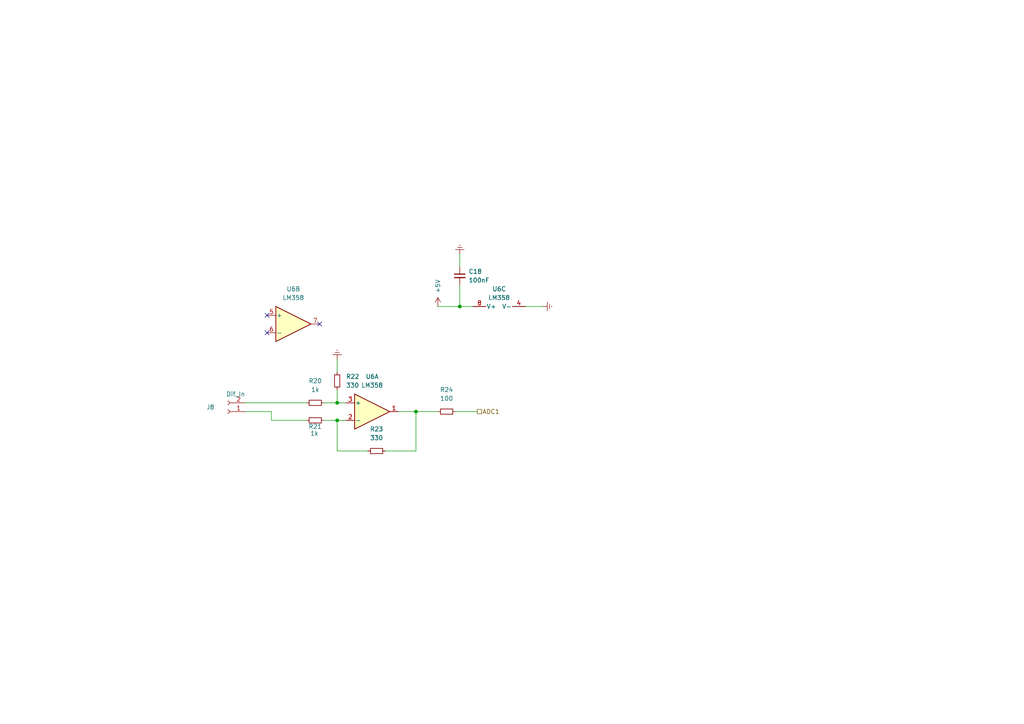
<source format=kicad_sch>
(kicad_sch (version 20211123) (generator eeschema)

  (uuid 3ff8af6d-b5cf-4fd8-8de7-ad2c2c8eb199)

  (paper "A4")

  (lib_symbols
    (symbol "Amplifier_Operational:LM358" (pin_names (offset 0.127)) (in_bom yes) (on_board yes)
      (property "Reference" "U" (id 0) (at 0 5.08 0)
        (effects (font (size 1.27 1.27)) (justify left))
      )
      (property "Value" "LM358" (id 1) (at 0 -5.08 0)
        (effects (font (size 1.27 1.27)) (justify left))
      )
      (property "Footprint" "" (id 2) (at 0 0 0)
        (effects (font (size 1.27 1.27)) hide)
      )
      (property "Datasheet" "http://www.ti.com/lit/ds/symlink/lm2904-n.pdf" (id 3) (at 0 0 0)
        (effects (font (size 1.27 1.27)) hide)
      )
      (property "ki_locked" "" (id 4) (at 0 0 0)
        (effects (font (size 1.27 1.27)))
      )
      (property "ki_keywords" "dual opamp" (id 5) (at 0 0 0)
        (effects (font (size 1.27 1.27)) hide)
      )
      (property "ki_description" "Low-Power, Dual Operational Amplifiers, DIP-8/SOIC-8/TO-99-8" (id 6) (at 0 0 0)
        (effects (font (size 1.27 1.27)) hide)
      )
      (property "ki_fp_filters" "SOIC*3.9x4.9mm*P1.27mm* DIP*W7.62mm* TO*99* OnSemi*Micro8* TSSOP*3x3mm*P0.65mm* TSSOP*4.4x3mm*P0.65mm* MSOP*3x3mm*P0.65mm* SSOP*3.9x4.9mm*P0.635mm* LFCSP*2x2mm*P0.5mm* *SIP* SOIC*5.3x6.2mm*P1.27mm*" (id 7) (at 0 0 0)
        (effects (font (size 1.27 1.27)) hide)
      )
      (symbol "LM358_1_1"
        (polyline
          (pts
            (xy -5.08 5.08)
            (xy 5.08 0)
            (xy -5.08 -5.08)
            (xy -5.08 5.08)
          )
          (stroke (width 0.254) (type default) (color 0 0 0 0))
          (fill (type background))
        )
        (pin output line (at 7.62 0 180) (length 2.54)
          (name "~" (effects (font (size 1.27 1.27))))
          (number "1" (effects (font (size 1.27 1.27))))
        )
        (pin input line (at -7.62 -2.54 0) (length 2.54)
          (name "-" (effects (font (size 1.27 1.27))))
          (number "2" (effects (font (size 1.27 1.27))))
        )
        (pin input line (at -7.62 2.54 0) (length 2.54)
          (name "+" (effects (font (size 1.27 1.27))))
          (number "3" (effects (font (size 1.27 1.27))))
        )
      )
      (symbol "LM358_2_1"
        (polyline
          (pts
            (xy -5.08 5.08)
            (xy 5.08 0)
            (xy -5.08 -5.08)
            (xy -5.08 5.08)
          )
          (stroke (width 0.254) (type default) (color 0 0 0 0))
          (fill (type background))
        )
        (pin input line (at -7.62 2.54 0) (length 2.54)
          (name "+" (effects (font (size 1.27 1.27))))
          (number "5" (effects (font (size 1.27 1.27))))
        )
        (pin input line (at -7.62 -2.54 0) (length 2.54)
          (name "-" (effects (font (size 1.27 1.27))))
          (number "6" (effects (font (size 1.27 1.27))))
        )
        (pin output line (at 7.62 0 180) (length 2.54)
          (name "~" (effects (font (size 1.27 1.27))))
          (number "7" (effects (font (size 1.27 1.27))))
        )
      )
      (symbol "LM358_3_1"
        (pin power_in line (at -2.54 -7.62 90) (length 3.81)
          (name "V-" (effects (font (size 1.27 1.27))))
          (number "4" (effects (font (size 1.27 1.27))))
        )
        (pin power_in line (at -2.54 7.62 270) (length 3.81)
          (name "V+" (effects (font (size 1.27 1.27))))
          (number "8" (effects (font (size 1.27 1.27))))
        )
      )
    )
    (symbol "Connector:Conn_01x02_Female" (pin_names (offset 1.016) hide) (in_bom yes) (on_board yes)
      (property "Reference" "J" (id 0) (at 0 2.54 0)
        (effects (font (size 1.27 1.27)))
      )
      (property "Value" "Conn_01x02_Female" (id 1) (at 0 -5.08 0)
        (effects (font (size 1.27 1.27)))
      )
      (property "Footprint" "" (id 2) (at 0 0 0)
        (effects (font (size 1.27 1.27)) hide)
      )
      (property "Datasheet" "~" (id 3) (at 0 0 0)
        (effects (font (size 1.27 1.27)) hide)
      )
      (property "ki_keywords" "connector" (id 4) (at 0 0 0)
        (effects (font (size 1.27 1.27)) hide)
      )
      (property "ki_description" "Generic connector, single row, 01x02, script generated (kicad-library-utils/schlib/autogen/connector/)" (id 5) (at 0 0 0)
        (effects (font (size 1.27 1.27)) hide)
      )
      (property "ki_fp_filters" "Connector*:*_1x??_*" (id 6) (at 0 0 0)
        (effects (font (size 1.27 1.27)) hide)
      )
      (symbol "Conn_01x02_Female_1_1"
        (arc (start 0 -2.032) (mid -0.508 -2.54) (end 0 -3.048)
          (stroke (width 0.1524) (type default) (color 0 0 0 0))
          (fill (type none))
        )
        (polyline
          (pts
            (xy -1.27 -2.54)
            (xy -0.508 -2.54)
          )
          (stroke (width 0.1524) (type default) (color 0 0 0 0))
          (fill (type none))
        )
        (polyline
          (pts
            (xy -1.27 0)
            (xy -0.508 0)
          )
          (stroke (width 0.1524) (type default) (color 0 0 0 0))
          (fill (type none))
        )
        (arc (start 0 0.508) (mid -0.508 0) (end 0 -0.508)
          (stroke (width 0.1524) (type default) (color 0 0 0 0))
          (fill (type none))
        )
        (pin passive line (at -5.08 0 0) (length 3.81)
          (name "Pin_1" (effects (font (size 1.27 1.27))))
          (number "1" (effects (font (size 1.27 1.27))))
        )
        (pin passive line (at -5.08 -2.54 0) (length 3.81)
          (name "Pin_2" (effects (font (size 1.27 1.27))))
          (number "2" (effects (font (size 1.27 1.27))))
        )
      )
    )
    (symbol "Device:C_Small" (pin_numbers hide) (pin_names (offset 0.254) hide) (in_bom yes) (on_board yes)
      (property "Reference" "C" (id 0) (at 0.254 1.778 0)
        (effects (font (size 1.27 1.27)) (justify left))
      )
      (property "Value" "C_Small" (id 1) (at 0.254 -2.032 0)
        (effects (font (size 1.27 1.27)) (justify left))
      )
      (property "Footprint" "" (id 2) (at 0 0 0)
        (effects (font (size 1.27 1.27)) hide)
      )
      (property "Datasheet" "~" (id 3) (at 0 0 0)
        (effects (font (size 1.27 1.27)) hide)
      )
      (property "ki_keywords" "capacitor cap" (id 4) (at 0 0 0)
        (effects (font (size 1.27 1.27)) hide)
      )
      (property "ki_description" "Unpolarized capacitor, small symbol" (id 5) (at 0 0 0)
        (effects (font (size 1.27 1.27)) hide)
      )
      (property "ki_fp_filters" "C_*" (id 6) (at 0 0 0)
        (effects (font (size 1.27 1.27)) hide)
      )
      (symbol "C_Small_0_1"
        (polyline
          (pts
            (xy -1.524 -0.508)
            (xy 1.524 -0.508)
          )
          (stroke (width 0.3302) (type default) (color 0 0 0 0))
          (fill (type none))
        )
        (polyline
          (pts
            (xy -1.524 0.508)
            (xy 1.524 0.508)
          )
          (stroke (width 0.3048) (type default) (color 0 0 0 0))
          (fill (type none))
        )
      )
      (symbol "C_Small_1_1"
        (pin passive line (at 0 2.54 270) (length 2.032)
          (name "~" (effects (font (size 1.27 1.27))))
          (number "1" (effects (font (size 1.27 1.27))))
        )
        (pin passive line (at 0 -2.54 90) (length 2.032)
          (name "~" (effects (font (size 1.27 1.27))))
          (number "2" (effects (font (size 1.27 1.27))))
        )
      )
    )
    (symbol "Device:R_Small" (pin_numbers hide) (pin_names (offset 0.254) hide) (in_bom yes) (on_board yes)
      (property "Reference" "R" (id 0) (at 0.762 0.508 0)
        (effects (font (size 1.27 1.27)) (justify left))
      )
      (property "Value" "R_Small" (id 1) (at 0.762 -1.016 0)
        (effects (font (size 1.27 1.27)) (justify left))
      )
      (property "Footprint" "" (id 2) (at 0 0 0)
        (effects (font (size 1.27 1.27)) hide)
      )
      (property "Datasheet" "~" (id 3) (at 0 0 0)
        (effects (font (size 1.27 1.27)) hide)
      )
      (property "ki_keywords" "R resistor" (id 4) (at 0 0 0)
        (effects (font (size 1.27 1.27)) hide)
      )
      (property "ki_description" "Resistor, small symbol" (id 5) (at 0 0 0)
        (effects (font (size 1.27 1.27)) hide)
      )
      (property "ki_fp_filters" "R_*" (id 6) (at 0 0 0)
        (effects (font (size 1.27 1.27)) hide)
      )
      (symbol "R_Small_0_1"
        (rectangle (start -0.762 1.778) (end 0.762 -1.778)
          (stroke (width 0.2032) (type default) (color 0 0 0 0))
          (fill (type none))
        )
      )
      (symbol "R_Small_1_1"
        (pin passive line (at 0 2.54 270) (length 0.762)
          (name "~" (effects (font (size 1.27 1.27))))
          (number "1" (effects (font (size 1.27 1.27))))
        )
        (pin passive line (at 0 -2.54 90) (length 0.762)
          (name "~" (effects (font (size 1.27 1.27))))
          (number "2" (effects (font (size 1.27 1.27))))
        )
      )
    )
    (symbol "power:+5V" (power) (pin_names (offset 0)) (in_bom yes) (on_board yes)
      (property "Reference" "#PWR" (id 0) (at 0 -3.81 0)
        (effects (font (size 1.27 1.27)) hide)
      )
      (property "Value" "+5V" (id 1) (at 0 3.556 0)
        (effects (font (size 1.27 1.27)))
      )
      (property "Footprint" "" (id 2) (at 0 0 0)
        (effects (font (size 1.27 1.27)) hide)
      )
      (property "Datasheet" "" (id 3) (at 0 0 0)
        (effects (font (size 1.27 1.27)) hide)
      )
      (property "ki_keywords" "power-flag" (id 4) (at 0 0 0)
        (effects (font (size 1.27 1.27)) hide)
      )
      (property "ki_description" "Power symbol creates a global label with name \"+5V\"" (id 5) (at 0 0 0)
        (effects (font (size 1.27 1.27)) hide)
      )
      (symbol "+5V_0_1"
        (polyline
          (pts
            (xy -0.762 1.27)
            (xy 0 2.54)
          )
          (stroke (width 0) (type default) (color 0 0 0 0))
          (fill (type none))
        )
        (polyline
          (pts
            (xy 0 0)
            (xy 0 2.54)
          )
          (stroke (width 0) (type default) (color 0 0 0 0))
          (fill (type none))
        )
        (polyline
          (pts
            (xy 0 2.54)
            (xy 0.762 1.27)
          )
          (stroke (width 0) (type default) (color 0 0 0 0))
          (fill (type none))
        )
      )
      (symbol "+5V_1_1"
        (pin power_in line (at 0 0 90) (length 0) hide
          (name "+5V" (effects (font (size 1.27 1.27))))
          (number "1" (effects (font (size 1.27 1.27))))
        )
      )
    )
    (symbol "power:Earth" (power) (pin_names (offset 0)) (in_bom yes) (on_board yes)
      (property "Reference" "#PWR" (id 0) (at 0 -6.35 0)
        (effects (font (size 1.27 1.27)) hide)
      )
      (property "Value" "Earth" (id 1) (at 0 -3.81 0)
        (effects (font (size 1.27 1.27)) hide)
      )
      (property "Footprint" "" (id 2) (at 0 0 0)
        (effects (font (size 1.27 1.27)) hide)
      )
      (property "Datasheet" "~" (id 3) (at 0 0 0)
        (effects (font (size 1.27 1.27)) hide)
      )
      (property "ki_keywords" "power-flag ground gnd" (id 4) (at 0 0 0)
        (effects (font (size 1.27 1.27)) hide)
      )
      (property "ki_description" "Power symbol creates a global label with name \"Earth\"" (id 5) (at 0 0 0)
        (effects (font (size 1.27 1.27)) hide)
      )
      (symbol "Earth_0_1"
        (polyline
          (pts
            (xy -0.635 -1.905)
            (xy 0.635 -1.905)
          )
          (stroke (width 0) (type default) (color 0 0 0 0))
          (fill (type none))
        )
        (polyline
          (pts
            (xy -0.127 -2.54)
            (xy 0.127 -2.54)
          )
          (stroke (width 0) (type default) (color 0 0 0 0))
          (fill (type none))
        )
        (polyline
          (pts
            (xy 0 -1.27)
            (xy 0 0)
          )
          (stroke (width 0) (type default) (color 0 0 0 0))
          (fill (type none))
        )
        (polyline
          (pts
            (xy 1.27 -1.27)
            (xy -1.27 -1.27)
          )
          (stroke (width 0) (type default) (color 0 0 0 0))
          (fill (type none))
        )
      )
      (symbol "Earth_1_1"
        (pin power_in line (at 0 0 270) (length 0) hide
          (name "Earth" (effects (font (size 1.27 1.27))))
          (number "1" (effects (font (size 1.27 1.27))))
        )
      )
    )
  )

  (junction (at 133.35 88.9) (diameter 0) (color 0 0 0 0)
    (uuid 4e13e023-8a93-46c1-972f-90ce07cb8232)
  )
  (junction (at 120.65 119.38) (diameter 0) (color 0 0 0 0)
    (uuid 5cefaf8c-2e62-4173-9962-cb5975a602cf)
  )
  (junction (at 97.79 121.92) (diameter 0) (color 0 0 0 0)
    (uuid d3356299-64f0-4906-bd23-86aa175290f6)
  )
  (junction (at 97.79 116.84) (diameter 0) (color 0 0 0 0)
    (uuid ddbd1858-51f8-422b-8170-2a124a0465c5)
  )

  (no_connect (at 92.71 93.98) (uuid 73ff89a0-2896-47c5-8f3f-71a0565cb5c3))
  (no_connect (at 77.47 96.52) (uuid 73ff89a0-2896-47c5-8f3f-71a0565cb5c4))
  (no_connect (at 77.47 91.44) (uuid 73ff89a0-2896-47c5-8f3f-71a0565cb5c5))

  (wire (pts (xy 97.79 107.95) (xy 97.79 104.14))
    (stroke (width 0) (type default) (color 0 0 0 0))
    (uuid 03c99803-46a1-42c8-8550-711ce93971b6)
  )
  (wire (pts (xy 127 119.38) (xy 120.65 119.38))
    (stroke (width 0) (type default) (color 0 0 0 0))
    (uuid 11bb3818-c107-46c5-9a06-5c3ea8688ee0)
  )
  (wire (pts (xy 71.12 116.84) (xy 88.9 116.84))
    (stroke (width 0) (type default) (color 0 0 0 0))
    (uuid 18ab3627-f462-4d01-a73c-84715a1fb17a)
  )
  (wire (pts (xy 127 88.9) (xy 133.35 88.9))
    (stroke (width 0) (type default) (color 0 0 0 0))
    (uuid 1d63e543-da43-4e59-98e6-ba12eb8658af)
  )
  (wire (pts (xy 120.65 130.81) (xy 111.76 130.81))
    (stroke (width 0) (type default) (color 0 0 0 0))
    (uuid 279ce5e1-6217-4ef6-824c-7b0183a08905)
  )
  (wire (pts (xy 97.79 121.92) (xy 93.98 121.92))
    (stroke (width 0) (type default) (color 0 0 0 0))
    (uuid 2f2bf5bc-be71-49d3-b463-03370a83fa26)
  )
  (wire (pts (xy 106.68 130.81) (xy 97.79 130.81))
    (stroke (width 0) (type default) (color 0 0 0 0))
    (uuid 44c1548f-0bd6-4d20-8975-35a8c0592767)
  )
  (wire (pts (xy 100.33 121.92) (xy 97.79 121.92))
    (stroke (width 0) (type default) (color 0 0 0 0))
    (uuid 4e530985-c9c1-4b15-ada0-b1234d152643)
  )
  (wire (pts (xy 152.4 88.9) (xy 157.48 88.9))
    (stroke (width 0) (type default) (color 0 0 0 0))
    (uuid 6c01fce0-6be0-4e47-a482-90a30bd57527)
  )
  (wire (pts (xy 97.79 116.84) (xy 100.33 116.84))
    (stroke (width 0) (type default) (color 0 0 0 0))
    (uuid 7882c9ea-c66b-4e82-b1f7-7d2c71b447ea)
  )
  (wire (pts (xy 97.79 130.81) (xy 97.79 121.92))
    (stroke (width 0) (type default) (color 0 0 0 0))
    (uuid 7a907b4f-c634-4f0d-907d-89b3503723f4)
  )
  (wire (pts (xy 78.74 119.38) (xy 71.12 119.38))
    (stroke (width 0) (type default) (color 0 0 0 0))
    (uuid 874b80cf-6ae1-410a-995f-60380d227106)
  )
  (wire (pts (xy 133.35 88.9) (xy 133.35 82.55))
    (stroke (width 0) (type default) (color 0 0 0 0))
    (uuid 8f8b4683-5662-406f-ae94-89074922c034)
  )
  (wire (pts (xy 115.57 119.38) (xy 120.65 119.38))
    (stroke (width 0) (type default) (color 0 0 0 0))
    (uuid 90680382-5e9f-4a06-8149-70f3ef8cab2a)
  )
  (wire (pts (xy 97.79 113.03) (xy 97.79 116.84))
    (stroke (width 0) (type default) (color 0 0 0 0))
    (uuid 94a7b1d0-9614-46ec-8711-3f790b59f074)
  )
  (wire (pts (xy 93.98 116.84) (xy 97.79 116.84))
    (stroke (width 0) (type default) (color 0 0 0 0))
    (uuid 964fdbdd-d817-46f7-bb5a-b19937f82ab9)
  )
  (wire (pts (xy 78.74 121.92) (xy 78.74 119.38))
    (stroke (width 0) (type default) (color 0 0 0 0))
    (uuid 969450be-8209-4b7e-b91e-c7f91d0d3ae3)
  )
  (wire (pts (xy 137.16 88.9) (xy 133.35 88.9))
    (stroke (width 0) (type default) (color 0 0 0 0))
    (uuid 9a730ada-8017-4bd4-9a45-b8fbc2d0ff37)
  )
  (wire (pts (xy 88.9 121.92) (xy 78.74 121.92))
    (stroke (width 0) (type default) (color 0 0 0 0))
    (uuid d111caab-f5d8-40ea-99dc-9bdb8a54c3f6)
  )
  (wire (pts (xy 133.35 73.66) (xy 133.35 77.47))
    (stroke (width 0) (type default) (color 0 0 0 0))
    (uuid e602bcbf-6e4a-43ad-a31f-1092042b017a)
  )
  (wire (pts (xy 120.65 119.38) (xy 120.65 130.81))
    (stroke (width 0) (type default) (color 0 0 0 0))
    (uuid e898e141-0ac3-4f99-949a-d970c881a99f)
  )
  (wire (pts (xy 132.08 119.38) (xy 138.43 119.38))
    (stroke (width 0) (type default) (color 0 0 0 0))
    (uuid f38f8b29-b3e5-429d-8d88-7bcc42e927b5)
  )

  (hierarchical_label "ADC1" (shape passive) (at 138.43 119.38 0)
    (effects (font (size 1.27 1.27)) (justify left))
    (uuid 62afc949-c2ec-488b-af70-9158b54bfc70)
  )

  (symbol (lib_id "Connector:Conn_01x02_Female") (at 66.04 119.38 180) (unit 1)
    (in_bom yes) (on_board yes)
    (uuid 00e86379-5693-4baa-b524-b34cd6675427)
    (property "Reference" "J8" (id 0) (at 62.23 118.11 0)
      (effects (font (size 1.27 1.27)) (justify left))
    )
    (property "Value" "Dif_In" (id 1) (at 71.12 114.3 0)
      (effects (font (size 1.27 1.27)) (justify left))
    )
    (property "Footprint" "Crystal_32KHZ_e_conector footprint:On_Shore_Technology-OSTTA024163-0-0-MFG" (id 2) (at 66.04 119.38 0)
      (effects (font (size 1.27 1.27)) hide)
    )
    (property "Datasheet" "~" (id 3) (at 66.04 119.38 0)
      (effects (font (size 1.27 1.27)) hide)
    )
    (pin "1" (uuid c973cc97-8eac-4080-bb44-bd49ee1e1eef))
    (pin "2" (uuid e36a5c09-22c5-42e3-996a-6fe7c09d7f2b))
  )

  (symbol (lib_id "Device:C_Small") (at 133.35 80.01 0) (unit 1)
    (in_bom yes) (on_board yes) (fields_autoplaced)
    (uuid 0a211c2a-5b4a-4985-baf8-81064f377a3e)
    (property "Reference" "C18" (id 0) (at 135.89 78.7462 0)
      (effects (font (size 1.27 1.27)) (justify left))
    )
    (property "Value" "100nF" (id 1) (at 135.89 81.2862 0)
      (effects (font (size 1.27 1.27)) (justify left))
    )
    (property "Footprint" "Capacitor_SMD:C_0805_2012Metric" (id 2) (at 133.35 80.01 0)
      (effects (font (size 1.27 1.27)) hide)
    )
    (property "Datasheet" "~" (id 3) (at 133.35 80.01 0)
      (effects (font (size 1.27 1.27)) hide)
    )
    (pin "1" (uuid 61bbd831-3993-4614-83d2-f4fb382e6b4c))
    (pin "2" (uuid ecd34294-a685-4c59-a258-4d2996a95026))
  )

  (symbol (lib_id "Device:R_Small") (at 91.44 121.92 90) (unit 1)
    (in_bom yes) (on_board yes)
    (uuid 0d49c0dc-115e-4f05-9170-0176cbbde6a4)
    (property "Reference" "R21" (id 0) (at 91.4246 123.7181 90))
    (property "Value" "1k" (id 1) (at 91.1836 125.7265 90))
    (property "Footprint" "Resistor_SMD:R_0805_2012Metric" (id 2) (at 91.44 121.92 0)
      (effects (font (size 1.27 1.27)) hide)
    )
    (property "Datasheet" "~" (id 3) (at 91.44 121.92 0)
      (effects (font (size 1.27 1.27)) hide)
    )
    (pin "1" (uuid 59471042-7f6e-4280-a5dc-a51f79898b7f))
    (pin "2" (uuid 338ebb76-353c-4980-9693-968bd43fe64d))
  )

  (symbol (lib_id "Device:R_Small") (at 91.44 116.84 90) (unit 1)
    (in_bom yes) (on_board yes) (fields_autoplaced)
    (uuid 1fc529c6-9762-4ce3-a676-34b239046304)
    (property "Reference" "R20" (id 0) (at 91.44 110.49 90))
    (property "Value" "1k" (id 1) (at 91.44 113.03 90))
    (property "Footprint" "Resistor_SMD:R_0805_2012Metric" (id 2) (at 91.44 116.84 0)
      (effects (font (size 1.27 1.27)) hide)
    )
    (property "Datasheet" "~" (id 3) (at 91.44 116.84 0)
      (effects (font (size 1.27 1.27)) hide)
    )
    (pin "1" (uuid d8ea70c1-a889-4e67-9bcf-dc18263620f5))
    (pin "2" (uuid ed442488-270f-4272-905f-0cd997e24645))
  )

  (symbol (lib_id "Amplifier_Operational:LM358") (at 107.95 119.38 0) (unit 1)
    (in_bom yes) (on_board yes) (fields_autoplaced)
    (uuid 433397c4-9841-439e-937d-5e33a5fcd91b)
    (property "Reference" "U6" (id 0) (at 107.95 109.22 0))
    (property "Value" "LM358" (id 1) (at 107.95 111.76 0))
    (property "Footprint" "" (id 2) (at 107.95 119.38 0)
      (effects (font (size 1.27 1.27)) hide)
    )
    (property "Datasheet" "http://www.ti.com/lit/ds/symlink/lm2904-n.pdf" (id 3) (at 107.95 119.38 0)
      (effects (font (size 1.27 1.27)) hide)
    )
    (pin "1" (uuid 13f42f4f-eb6e-4553-8453-ffd86f64ab66))
    (pin "2" (uuid b0a283c1-0634-4018-9fcb-6ae091eede11))
    (pin "3" (uuid 4e680520-e441-4427-a667-96c82b4364e4))
    (pin "5" (uuid b24e9abd-25d2-45a2-95f5-264cecc9b705))
    (pin "6" (uuid 0d69573d-2d97-4284-987a-4014cae7c1b6))
    (pin "7" (uuid 403f44e5-00a9-4805-bd64-f53c5de09976))
    (pin "4" (uuid 50824d83-7e20-44ce-bd03-aa8d3e6f57a0))
    (pin "8" (uuid b2c278a6-00d3-4328-8dae-385cf496412d))
  )

  (symbol (lib_id "Device:R_Small") (at 97.79 110.49 0) (unit 1)
    (in_bom yes) (on_board yes)
    (uuid 63fd7675-77c3-4196-84da-2d176b22dcd9)
    (property "Reference" "R22" (id 0) (at 100.33 109.2199 0)
      (effects (font (size 1.27 1.27)) (justify left))
    )
    (property "Value" "330" (id 1) (at 100.33 111.76 0)
      (effects (font (size 1.27 1.27)) (justify left))
    )
    (property "Footprint" "Resistor_SMD:R_0805_2012Metric" (id 2) (at 97.79 110.49 0)
      (effects (font (size 1.27 1.27)) hide)
    )
    (property "Datasheet" "~" (id 3) (at 97.79 110.49 0)
      (effects (font (size 1.27 1.27)) hide)
    )
    (pin "1" (uuid 6e005233-9939-4f13-808e-d34c8a20a930))
    (pin "2" (uuid 6b7ed168-4871-4946-bdda-64b58286ec65))
  )

  (symbol (lib_id "power:Earth") (at 133.35 73.66 180) (unit 1)
    (in_bom yes) (on_board yes) (fields_autoplaced)
    (uuid 68784551-ebaa-4a7a-ba53-5f73f99de81b)
    (property "Reference" "#PWR042" (id 0) (at 133.35 67.31 0)
      (effects (font (size 1.27 1.27)) hide)
    )
    (property "Value" "Earth" (id 1) (at 133.35 69.85 0)
      (effects (font (size 1.27 1.27)) hide)
    )
    (property "Footprint" "" (id 2) (at 133.35 73.66 0)
      (effects (font (size 1.27 1.27)) hide)
    )
    (property "Datasheet" "~" (id 3) (at 133.35 73.66 0)
      (effects (font (size 1.27 1.27)) hide)
    )
    (pin "1" (uuid a5a43a7f-8279-47ca-9df9-4a60bf42f518))
  )

  (symbol (lib_id "Device:R_Small") (at 129.54 119.38 90) (unit 1)
    (in_bom yes) (on_board yes) (fields_autoplaced)
    (uuid 6c5dc16d-c0cb-4076-9ad7-1f52c1116416)
    (property "Reference" "R24" (id 0) (at 129.54 113.03 90))
    (property "Value" "100" (id 1) (at 129.54 115.57 90))
    (property "Footprint" "Resistor_SMD:R_0805_2012Metric" (id 2) (at 129.54 119.38 0)
      (effects (font (size 1.27 1.27)) hide)
    )
    (property "Datasheet" "~" (id 3) (at 129.54 119.38 0)
      (effects (font (size 1.27 1.27)) hide)
    )
    (pin "1" (uuid e0584073-c771-4306-ab11-b438005d347d))
    (pin "2" (uuid 39432c76-2390-41b6-86fd-d8e12b361830))
  )

  (symbol (lib_id "Amplifier_Operational:LM358") (at 144.78 86.36 90) (unit 3)
    (in_bom yes) (on_board yes) (fields_autoplaced)
    (uuid ac83cc1b-1310-4e78-8cee-307ed2948463)
    (property "Reference" "U6" (id 0) (at 144.78 83.82 90))
    (property "Value" "LM358" (id 1) (at 144.78 86.36 90))
    (property "Footprint" "" (id 2) (at 144.78 86.36 0)
      (effects (font (size 1.27 1.27)) hide)
    )
    (property "Datasheet" "http://www.ti.com/lit/ds/symlink/lm2904-n.pdf" (id 3) (at 144.78 86.36 0)
      (effects (font (size 1.27 1.27)) hide)
    )
    (pin "1" (uuid 42b62f6f-0b5b-4896-893d-b1f4d683ffe5))
    (pin "2" (uuid dd7e227d-53e3-4a19-89c8-39492bfc4d83))
    (pin "3" (uuid f1a04ff8-2f1c-4424-aacd-1aa08645b1cc))
    (pin "5" (uuid 55f33d20-ea51-4e12-ba08-eccf59a1be8f))
    (pin "6" (uuid 3d0393be-e6f4-4c4c-9568-bc9dc6d086a7))
    (pin "7" (uuid 025325f3-87d4-490e-874b-1b5ce6c47a3e))
    (pin "4" (uuid 55cc8603-9f83-447f-883e-f0e4137828bd))
    (pin "8" (uuid ee2bae50-2fcf-43aa-a318-e723b11732e6))
  )

  (symbol (lib_id "Amplifier_Operational:LM358") (at 85.09 93.98 0) (unit 2)
    (in_bom yes) (on_board yes) (fields_autoplaced)
    (uuid b679f32c-875a-43aa-8b3f-2a1f0d35bbe2)
    (property "Reference" "U6" (id 0) (at 85.09 83.82 0))
    (property "Value" "LM358" (id 1) (at 85.09 86.36 0))
    (property "Footprint" "" (id 2) (at 85.09 93.98 0)
      (effects (font (size 1.27 1.27)) hide)
    )
    (property "Datasheet" "http://www.ti.com/lit/ds/symlink/lm2904-n.pdf" (id 3) (at 85.09 93.98 0)
      (effects (font (size 1.27 1.27)) hide)
    )
    (pin "1" (uuid c974aaf8-213a-4cf2-acf0-d51ee2e926ee))
    (pin "2" (uuid 687978b9-7962-4402-836d-b046242e13ba))
    (pin "3" (uuid 8357dbf0-9eda-48fa-bf55-d424faab5ecd))
    (pin "5" (uuid 80670282-8c73-47a7-b8fb-d3b5d3b8dd72))
    (pin "6" (uuid 6203e5f7-65c6-46f7-85f0-ffa7b5dc384f))
    (pin "7" (uuid 124cc573-82a1-404e-a696-8b1917b874ef))
    (pin "4" (uuid f70c2786-f1a9-4f92-b851-74314a925fac))
    (pin "8" (uuid a1ed9321-c295-4baf-a0a0-e917f2586daf))
  )

  (symbol (lib_id "Device:R_Small") (at 109.22 130.81 90) (unit 1)
    (in_bom yes) (on_board yes) (fields_autoplaced)
    (uuid b6cc093c-26b1-411a-b682-63b5f7362314)
    (property "Reference" "R23" (id 0) (at 109.22 124.46 90))
    (property "Value" "330" (id 1) (at 109.22 127 90))
    (property "Footprint" "Resistor_SMD:R_0805_2012Metric" (id 2) (at 109.22 130.81 0)
      (effects (font (size 1.27 1.27)) hide)
    )
    (property "Datasheet" "~" (id 3) (at 109.22 130.81 0)
      (effects (font (size 1.27 1.27)) hide)
    )
    (pin "1" (uuid 3ca24607-44d0-44ee-a4be-d7953eeb44f7))
    (pin "2" (uuid 2698b3c9-fadc-4b2e-895e-034d7012e832))
  )

  (symbol (lib_id "power:Earth") (at 97.79 104.14 180) (unit 1)
    (in_bom yes) (on_board yes) (fields_autoplaced)
    (uuid bb713bc1-3675-44b7-b247-0eee82bbce39)
    (property "Reference" "#PWR040" (id 0) (at 97.79 97.79 0)
      (effects (font (size 1.27 1.27)) hide)
    )
    (property "Value" "Earth" (id 1) (at 97.79 100.33 0)
      (effects (font (size 1.27 1.27)) hide)
    )
    (property "Footprint" "" (id 2) (at 97.79 104.14 0)
      (effects (font (size 1.27 1.27)) hide)
    )
    (property "Datasheet" "~" (id 3) (at 97.79 104.14 0)
      (effects (font (size 1.27 1.27)) hide)
    )
    (pin "1" (uuid c376ddb9-f0e5-4f26-ac0c-354f7df95a0d))
  )

  (symbol (lib_id "power:+5V") (at 127 88.9 0) (unit 1)
    (in_bom yes) (on_board yes) (fields_autoplaced)
    (uuid c7b406dc-0768-4940-8110-5c9229c8fac4)
    (property "Reference" "#PWR0115" (id 0) (at 127 92.71 0)
      (effects (font (size 1.27 1.27)) hide)
    )
    (property "Value" "+5V" (id 1) (at 127.0001 85.09 90)
      (effects (font (size 1.27 1.27)) (justify left))
    )
    (property "Footprint" "" (id 2) (at 127 88.9 0)
      (effects (font (size 1.27 1.27)) hide)
    )
    (property "Datasheet" "" (id 3) (at 127 88.9 0)
      (effects (font (size 1.27 1.27)) hide)
    )
    (pin "1" (uuid 76b45626-a472-4e30-9f7a-a67064b1608f))
  )

  (symbol (lib_id "power:Earth") (at 157.48 88.9 90) (unit 1)
    (in_bom yes) (on_board yes) (fields_autoplaced)
    (uuid d3533b64-fb41-4f87-9e5a-0b468aac68f5)
    (property "Reference" "#PWR043" (id 0) (at 163.83 88.9 0)
      (effects (font (size 1.27 1.27)) hide)
    )
    (property "Value" "Earth" (id 1) (at 161.29 88.9 0)
      (effects (font (size 1.27 1.27)) hide)
    )
    (property "Footprint" "" (id 2) (at 157.48 88.9 0)
      (effects (font (size 1.27 1.27)) hide)
    )
    (property "Datasheet" "~" (id 3) (at 157.48 88.9 0)
      (effects (font (size 1.27 1.27)) hide)
    )
    (pin "1" (uuid 3ae5f038-1957-4ef7-a7b0-88327a871e8e))
  )
)

</source>
